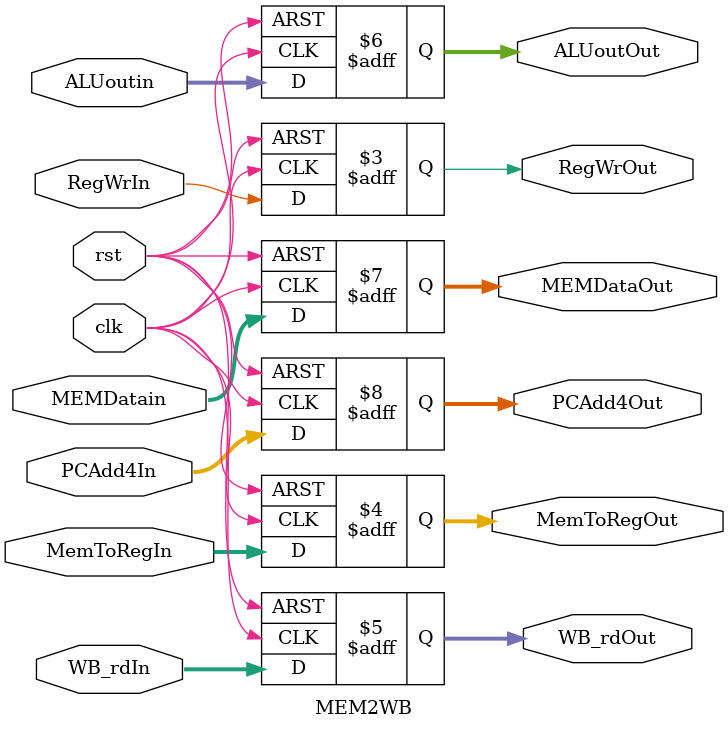
<source format=v>

`timescale 1ns/1ps
module MEM2WB(rst, clk,
			  RegWrIn, MemToRegIn, ALUoutin, MEMDatain, WB_rdIn, 
			  RegWrOut, MemToRegOut, ALUoutOut, MEMDataOut, WB_rdOut,
			  PCAdd4In, PCAdd4Out
			  );
			  
input	RegWrIn,rst, clk;		  
input	[1:0]	MemToRegIn; 
input	[4:0]	WB_rdIn;
input	[31:0]	ALUoutin,MEMDatain,PCAdd4In; 
     
output	reg	 RegWrOut;
output	reg	[1:0]	MemToRegOut;
output	reg	[4:0]	WB_rdOut;
output	reg	[31:0]	ALUoutOut,MEMDataOut,PCAdd4Out;


always @(posedge clk or negedge rst) begin
	if(~rst) begin
		WB_rdOut<=5'b00000;
		ALUoutOut<=32'h00000000;
		MEMDataOut<=32'h00000000;
		PCAdd4Out<=32'h00000000;
		MemToRegOut<=2'b00;
		RegWrOut<=1'b0;
	end
	else begin
		WB_rdOut<=WB_rdIn;
		MemToRegOut<=MemToRegIn;
		RegWrOut<=RegWrIn;
		ALUoutOut<=ALUoutin;
		MEMDataOut<=MEMDatain;
		PCAdd4Out<=PCAdd4In;
	end
end

endmodule





</source>
